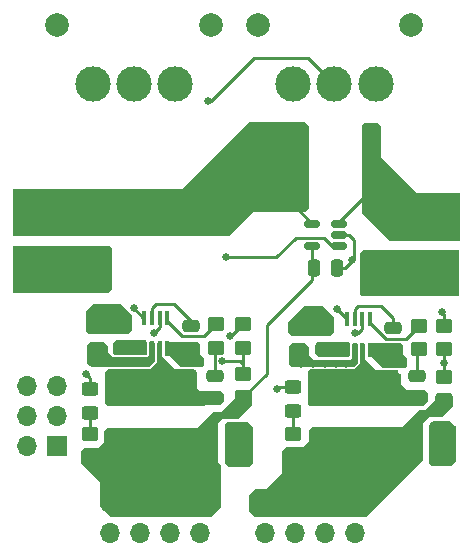
<source format=gtl>
G04 #@! TF.GenerationSoftware,KiCad,Pcbnew,7.0.1*
G04 #@! TF.CreationDate,2023-08-31T02:32:27+03:00*
G04 #@! TF.ProjectId,miranda-pdb,6d697261-6e64-4612-9d70-64622e6b6963,rev?*
G04 #@! TF.SameCoordinates,Original*
G04 #@! TF.FileFunction,Copper,L1,Top*
G04 #@! TF.FilePolarity,Positive*
%FSLAX46Y46*%
G04 Gerber Fmt 4.6, Leading zero omitted, Abs format (unit mm)*
G04 Created by KiCad (PCBNEW 7.0.1) date 2023-08-31 02:32:27*
%MOMM*%
%LPD*%
G01*
G04 APERTURE LIST*
G04 Aperture macros list*
%AMRoundRect*
0 Rectangle with rounded corners*
0 $1 Rounding radius*
0 $2 $3 $4 $5 $6 $7 $8 $9 X,Y pos of 4 corners*
0 Add a 4 corners polygon primitive as box body*
4,1,4,$2,$3,$4,$5,$6,$7,$8,$9,$2,$3,0*
0 Add four circle primitives for the rounded corners*
1,1,$1+$1,$2,$3*
1,1,$1+$1,$4,$5*
1,1,$1+$1,$6,$7*
1,1,$1+$1,$8,$9*
0 Add four rect primitives between the rounded corners*
20,1,$1+$1,$2,$3,$4,$5,0*
20,1,$1+$1,$4,$5,$6,$7,0*
20,1,$1+$1,$6,$7,$8,$9,0*
20,1,$1+$1,$8,$9,$2,$3,0*%
G04 Aperture macros list end*
G04 #@! TA.AperFunction,SMDPad,CuDef*
%ADD10R,6.000000X4.000000*%
G04 #@! TD*
G04 #@! TA.AperFunction,ComponentPad*
%ADD11R,1.700000X1.700000*%
G04 #@! TD*
G04 #@! TA.AperFunction,ComponentPad*
%ADD12O,1.700000X1.700000*%
G04 #@! TD*
G04 #@! TA.AperFunction,ComponentPad*
%ADD13C,2.000000*%
G04 #@! TD*
G04 #@! TA.AperFunction,ComponentPad*
%ADD14C,3.000000*%
G04 #@! TD*
G04 #@! TA.AperFunction,SMDPad,CuDef*
%ADD15RoundRect,0.250000X0.250000X0.475000X-0.250000X0.475000X-0.250000X-0.475000X0.250000X-0.475000X0*%
G04 #@! TD*
G04 #@! TA.AperFunction,SMDPad,CuDef*
%ADD16RoundRect,0.250000X-0.475000X0.250000X-0.475000X-0.250000X0.475000X-0.250000X0.475000X0.250000X0*%
G04 #@! TD*
G04 #@! TA.AperFunction,SMDPad,CuDef*
%ADD17RoundRect,0.250000X0.475000X-0.250000X0.475000X0.250000X-0.475000X0.250000X-0.475000X-0.250000X0*%
G04 #@! TD*
G04 #@! TA.AperFunction,SMDPad,CuDef*
%ADD18R,0.450000X1.150000*%
G04 #@! TD*
G04 #@! TA.AperFunction,SMDPad,CuDef*
%ADD19RoundRect,0.250000X-0.450000X0.325000X-0.450000X-0.325000X0.450000X-0.325000X0.450000X0.325000X0*%
G04 #@! TD*
G04 #@! TA.AperFunction,SMDPad,CuDef*
%ADD20RoundRect,0.250000X0.450000X-0.350000X0.450000X0.350000X-0.450000X0.350000X-0.450000X-0.350000X0*%
G04 #@! TD*
G04 #@! TA.AperFunction,SMDPad,CuDef*
%ADD21RoundRect,0.249999X0.450001X1.425001X-0.450001X1.425001X-0.450001X-1.425001X0.450001X-1.425001X0*%
G04 #@! TD*
G04 #@! TA.AperFunction,SMDPad,CuDef*
%ADD22RoundRect,0.250000X-0.450000X0.350000X-0.450000X-0.350000X0.450000X-0.350000X0.450000X0.350000X0*%
G04 #@! TD*
G04 #@! TA.AperFunction,SMDPad,CuDef*
%ADD23R,7.500000X3.000000*%
G04 #@! TD*
G04 #@! TA.AperFunction,SMDPad,CuDef*
%ADD24RoundRect,0.150000X0.512500X0.150000X-0.512500X0.150000X-0.512500X-0.150000X0.512500X-0.150000X0*%
G04 #@! TD*
G04 #@! TA.AperFunction,ViaPad*
%ADD25C,0.650000*%
G04 #@! TD*
G04 #@! TA.AperFunction,Conductor*
%ADD26C,0.250000*%
G04 #@! TD*
G04 APERTURE END LIST*
D10*
X83058000Y-109791200D03*
X83058000Y-104991200D03*
X114858800Y-105296000D03*
X114858800Y-110096000D03*
D11*
X83780400Y-124699000D03*
D12*
X81240400Y-124699000D03*
X83780400Y-122159000D03*
X81240400Y-122159000D03*
X83780400Y-119619000D03*
X81240400Y-119619000D03*
D11*
X109006800Y-129528800D03*
D12*
X109006800Y-132068800D03*
X106466800Y-129528800D03*
X106466800Y-132068800D03*
X103926800Y-129528800D03*
X103926800Y-132068800D03*
X101386800Y-129528800D03*
X101386800Y-132068800D03*
D11*
X95900400Y-129528800D03*
D12*
X95900400Y-132068800D03*
X93360400Y-129528800D03*
X93360400Y-132068800D03*
X90820400Y-129528800D03*
X90820400Y-132068800D03*
X88280400Y-129528800D03*
X88280400Y-132068800D03*
D13*
X100789600Y-89086000D03*
X113789600Y-89086000D03*
D14*
X103789600Y-94086000D03*
X107289600Y-94086000D03*
X110789600Y-94086000D03*
D13*
X83827600Y-89081600D03*
X96827600Y-89081600D03*
D14*
X86827600Y-94081600D03*
X90327600Y-94081600D03*
X93827600Y-94081600D03*
D15*
X115884999Y-123407801D03*
X113984999Y-123407801D03*
X113984999Y-125425200D03*
X115884999Y-125425200D03*
D16*
X104267000Y-114776801D03*
X104267000Y-116676801D03*
X87147400Y-114583801D03*
X87147400Y-116483801D03*
D15*
X98613000Y-123534800D03*
X96713000Y-123534800D03*
X98613000Y-125526800D03*
X96713000Y-125526800D03*
X107477600Y-109677200D03*
X105577600Y-109677200D03*
D17*
X114300000Y-120674801D03*
X114300000Y-118774801D03*
X112268000Y-116610801D03*
X112268000Y-114710801D03*
X95123000Y-116483801D03*
X95123000Y-114583801D03*
X97154999Y-120674801D03*
X97154999Y-118774801D03*
D18*
X108372000Y-116579800D03*
X109022000Y-116579800D03*
X109672000Y-116579800D03*
X110322000Y-116579800D03*
X110322000Y-113979800D03*
X109672000Y-113979800D03*
X109022000Y-113979800D03*
X108372000Y-113979800D03*
X91201600Y-116452800D03*
X91851600Y-116452800D03*
X92501600Y-116452800D03*
X93151600Y-116452800D03*
X93151600Y-113852800D03*
X92501600Y-113852800D03*
X91851600Y-113852800D03*
X91201600Y-113852800D03*
D19*
X103759000Y-121765801D03*
X103759000Y-119715801D03*
D20*
X116586000Y-120851800D03*
X116586000Y-118851800D03*
X86614000Y-125677800D03*
X86614000Y-123677800D03*
X99567999Y-118597801D03*
X99567999Y-120597801D03*
D21*
X110390400Y-103073200D03*
X104290400Y-103073200D03*
D22*
X114427000Y-114533801D03*
X114427000Y-116533801D03*
D21*
X110390400Y-99161600D03*
X104290400Y-99161600D03*
D20*
X103758999Y-123677801D03*
X103758999Y-125677801D03*
X116586000Y-116533800D03*
X116586000Y-114533800D03*
D19*
X86614000Y-121929000D03*
X86614000Y-119879000D03*
D23*
X91821000Y-119764801D03*
X91821000Y-124764801D03*
D24*
X107715900Y-107833200D03*
X107715900Y-106883200D03*
X107715900Y-105933200D03*
X105440900Y-105933200D03*
X105440900Y-107833200D03*
D22*
X97282000Y-114406801D03*
X97282000Y-116406801D03*
X89280999Y-114406801D03*
X89280999Y-116406801D03*
X106425998Y-114549801D03*
X106425998Y-116549801D03*
D20*
X99568000Y-114406801D03*
X99568000Y-116406801D03*
D23*
X108966000Y-119764800D03*
X108966000Y-124764800D03*
D25*
X87934800Y-109474000D03*
X87934800Y-108610400D03*
X86817200Y-108610399D03*
X86817200Y-110337600D03*
X87934800Y-110337600D03*
X86817200Y-109474000D03*
X87934800Y-111201200D03*
X86817200Y-111201201D03*
X109982000Y-111252000D03*
X111099600Y-111252000D03*
X109982000Y-110388400D03*
X111099600Y-110388400D03*
X109982000Y-109524800D03*
X111099600Y-109524800D03*
X111099600Y-108661200D03*
X109982000Y-108661200D03*
X102412800Y-119938800D03*
X98094800Y-108762800D03*
X96570800Y-95504000D03*
X108813600Y-109016800D03*
X116941600Y-123190000D03*
X116941600Y-125831600D03*
X116941600Y-124510800D03*
X99771200Y-123291600D03*
X99771200Y-124612400D03*
X99771200Y-125933200D03*
X100482400Y-104190800D03*
X101346000Y-103378000D03*
X100431600Y-102514400D03*
X101295200Y-101904800D03*
X100431600Y-101041200D03*
X101346000Y-100330000D03*
X100431600Y-99517200D03*
X101396800Y-98704400D03*
X100431600Y-97993200D03*
X86258400Y-118618000D03*
X104495600Y-117754400D03*
X105511600Y-117754400D03*
X106476800Y-117754400D03*
X107442000Y-117754400D03*
X108305600Y-117754400D03*
X90932000Y-117602000D03*
X89966800Y-117602000D03*
X89052400Y-117551200D03*
X88138000Y-117551200D03*
X87223600Y-117551200D03*
X105181400Y-113908201D03*
X105943401Y-113349400D03*
X112953799Y-117616601D03*
X111887000Y-117616601D03*
X109042200Y-115178200D03*
X94716600Y-117565800D03*
X87350600Y-113197001D03*
X88823799Y-113197001D03*
X95783400Y-117565801D03*
X92024199Y-115127401D03*
X90297000Y-113044601D03*
X97815401Y-117515001D03*
X107518199Y-113095401D03*
X116586000Y-117718200D03*
X116408200Y-113349401D03*
X98424999Y-115432201D03*
D26*
X107122000Y-107833200D02*
X107715900Y-107833200D01*
X106375200Y-107086400D02*
X107122000Y-107833200D01*
X104038400Y-107086400D02*
X106375200Y-107086400D01*
X102362000Y-108762800D02*
X104038400Y-107086400D01*
X98094800Y-108762800D02*
X102362000Y-108762800D01*
X107715900Y-105747700D02*
X109036700Y-104426900D01*
X107715900Y-105933200D02*
X107715900Y-105747700D01*
X104290400Y-104782700D02*
X105440900Y-105933200D01*
X104290400Y-103073200D02*
X104290400Y-104782700D01*
X99263199Y-117515001D02*
X99567999Y-117819801D01*
X97815401Y-117515001D02*
X99263199Y-117515001D01*
X102635799Y-119715801D02*
X102412800Y-119938800D01*
X103759000Y-119715801D02*
X102635799Y-119715801D01*
X105050000Y-91846400D02*
X107289600Y-94086000D01*
X100482400Y-91846400D02*
X105050000Y-91846400D01*
X96570800Y-95504000D02*
X96824800Y-95504000D01*
X96824800Y-95504000D02*
X100482400Y-91846400D01*
X108915200Y-108915200D02*
X108813600Y-109016800D01*
X108915200Y-108915200D02*
X108153200Y-109677200D01*
X108915200Y-107289600D02*
X108915200Y-108915200D01*
X108508800Y-106883200D02*
X108915200Y-107289600D01*
X108153200Y-109677200D02*
X107477600Y-109677200D01*
X107715900Y-106883200D02*
X108508800Y-106883200D01*
X86614000Y-118973600D02*
X86258400Y-118618000D01*
X86614000Y-119879000D02*
X86614000Y-118973600D01*
X101549200Y-114503200D02*
X101549200Y-118616600D01*
X105410000Y-110642400D02*
X101549200Y-114503200D01*
X101549200Y-118616600D02*
X99567999Y-120597801D01*
X105410000Y-109844800D02*
X105410000Y-110642400D01*
X105577600Y-109677200D02*
X105410000Y-109844800D01*
X105440900Y-109540500D02*
X105577600Y-109677200D01*
X105440900Y-107833200D02*
X105440900Y-109540500D01*
X109036700Y-104426900D02*
X110390400Y-103073200D01*
X104290400Y-103073200D02*
X104290400Y-103360300D01*
X98542600Y-115432201D02*
X99568000Y-114406801D01*
X98424999Y-115432201D02*
X98542600Y-115432201D01*
X99567999Y-117819801D02*
X99568000Y-116406800D01*
X99568000Y-118597800D02*
X99567999Y-117819801D01*
X109298600Y-115178200D02*
X109042200Y-115178200D01*
X109672000Y-114804800D02*
X109298600Y-115178200D01*
X109671999Y-113979801D02*
X109672000Y-114804800D01*
X110321999Y-114329801D02*
X110322000Y-113979801D01*
X111627599Y-115635401D02*
X110321999Y-114329801D01*
X114427000Y-114533801D02*
X113325399Y-115635401D01*
X113325399Y-115635401D02*
X111627599Y-115635401D01*
X92501600Y-114650001D02*
X92024199Y-115127401D01*
X92501600Y-113852800D02*
X92501600Y-114650001D01*
X107518199Y-113095401D02*
X107518199Y-113126001D01*
X107518199Y-113126001D02*
X108371999Y-113979801D01*
X112268000Y-113882801D02*
X112268000Y-114710800D01*
X111226600Y-112841401D02*
X112268000Y-113882801D01*
X109022000Y-113154801D02*
X109335400Y-112841401D01*
X109022000Y-113979801D02*
X109022000Y-113154801D01*
X109335400Y-112841401D02*
X111226600Y-112841401D01*
X91851600Y-113052800D02*
X91851600Y-113852801D01*
X92164600Y-112739800D02*
X91851600Y-113052800D01*
X95122999Y-114111401D02*
X93751400Y-112739801D01*
X93751400Y-112739801D02*
X92164600Y-112739800D01*
X95122999Y-114583801D02*
X95122999Y-114111401D01*
X93151600Y-114150574D02*
X93151600Y-113852801D01*
X94409827Y-115408801D02*
X93151600Y-114150574D01*
X96280000Y-115408801D02*
X94409827Y-115408801D01*
X97282000Y-114406801D02*
X96280000Y-115408801D01*
X91105200Y-113852800D02*
X90297000Y-113044601D01*
X91201600Y-113852801D02*
X91105200Y-113852800D01*
X116586000Y-117718200D02*
X116586000Y-116533801D01*
X114300000Y-116660801D02*
X114427000Y-116533801D01*
X114299999Y-118774801D02*
X114300000Y-116660801D01*
X116586000Y-113527201D02*
X116408200Y-113349401D01*
X116586000Y-114533801D02*
X116586000Y-113527201D01*
X97154999Y-116533801D02*
X97282000Y-116406800D01*
X97155000Y-118774801D02*
X97154999Y-116533801D01*
X116586000Y-118851801D02*
X116586000Y-116533801D01*
X86614000Y-123677801D02*
X86614000Y-121892801D01*
X103759000Y-123677800D02*
X103758999Y-121765801D01*
G04 #@! TA.AperFunction,Conductor*
G36*
X92606066Y-115895033D02*
G01*
X92630073Y-115911074D01*
X92662926Y-115943927D01*
X92678967Y-115967934D01*
X92684600Y-115996252D01*
X92684600Y-117108601D01*
X93802200Y-118226201D01*
X94305755Y-118226201D01*
X94312995Y-118226556D01*
X94340852Y-118229300D01*
X94340857Y-118229300D01*
X95349447Y-118229300D01*
X95377765Y-118234933D01*
X95401773Y-118250974D01*
X95609326Y-118458526D01*
X95625367Y-118482533D01*
X95631000Y-118510852D01*
X95631000Y-119851801D01*
X95885000Y-120105801D01*
X97632348Y-120105801D01*
X97660666Y-120111434D01*
X97684674Y-120127475D01*
X97895326Y-120338126D01*
X97911367Y-120362133D01*
X97917000Y-120390452D01*
X97917000Y-120964149D01*
X97911367Y-120992468D01*
X97895326Y-121016475D01*
X97684674Y-121227126D01*
X97660666Y-121243167D01*
X97632348Y-121248800D01*
X96393000Y-121248800D01*
X96287673Y-121354126D01*
X96263665Y-121370167D01*
X96235347Y-121375800D01*
X88168652Y-121375800D01*
X88140333Y-121370167D01*
X88116326Y-121354126D01*
X87905673Y-121143473D01*
X87889632Y-121119466D01*
X87883999Y-121091151D01*
X87883999Y-118510852D01*
X87889632Y-118482534D01*
X87905673Y-118458527D01*
X88116326Y-118247875D01*
X88140334Y-118231834D01*
X88168652Y-118226201D01*
X91668599Y-118226201D01*
X91668600Y-118226201D01*
X92303599Y-117591201D01*
X92303599Y-115996247D01*
X92309232Y-115967933D01*
X92325270Y-115943929D01*
X92358128Y-115911071D01*
X92382132Y-115895033D01*
X92410450Y-115889400D01*
X92577751Y-115889400D01*
X92606066Y-115895033D01*
G37*
G04 #@! TD.AperFunction*
G04 #@! TA.AperFunction,Conductor*
G36*
X117091667Y-120238433D02*
G01*
X117115674Y-120254474D01*
X117326326Y-120465126D01*
X117342367Y-120489133D01*
X117348000Y-120517452D01*
X117348000Y-121268947D01*
X117342367Y-121297266D01*
X117326326Y-121321273D01*
X116379074Y-122268527D01*
X116355067Y-122284568D01*
X116326748Y-122290201D01*
X115290601Y-122290201D01*
X114808000Y-122772801D01*
X114808000Y-125917148D01*
X114802367Y-125945467D01*
X114786326Y-125969474D01*
X110069074Y-130686726D01*
X110045067Y-130702767D01*
X110016748Y-130708400D01*
X100513052Y-130708400D01*
X100484733Y-130702767D01*
X100460726Y-130686726D01*
X100046874Y-130272874D01*
X100030833Y-130248867D01*
X100025200Y-130220548D01*
X100025200Y-128961052D01*
X100030833Y-128932733D01*
X100046874Y-128908726D01*
X100562326Y-128393274D01*
X100586333Y-128377233D01*
X100614652Y-128371600D01*
X101498400Y-128371600D01*
X102870000Y-127000000D01*
X102870000Y-126136400D01*
X102870000Y-125216452D01*
X102875633Y-125188133D01*
X102891674Y-125164126D01*
X102891674Y-125164125D01*
X103229328Y-124826471D01*
X103253332Y-124810433D01*
X103281650Y-124804800D01*
X104648000Y-124804801D01*
X105156000Y-124296801D01*
X105156000Y-123438453D01*
X105161633Y-123410135D01*
X105177674Y-123386127D01*
X105177674Y-123386126D01*
X105388329Y-123175471D01*
X105412333Y-123159433D01*
X105440646Y-123153800D01*
X113030000Y-123153800D01*
X114506928Y-121676871D01*
X114530932Y-121660833D01*
X114559250Y-121655200D01*
X115011195Y-121655201D01*
X115823999Y-120842395D01*
X115823999Y-120517452D01*
X115829632Y-120489135D01*
X115845673Y-120465127D01*
X115845674Y-120465126D01*
X116056330Y-120254470D01*
X116080332Y-120238433D01*
X116108646Y-120232800D01*
X117063348Y-120232800D01*
X117091667Y-120238433D01*
G37*
G04 #@! TD.AperFunction*
G04 #@! TA.AperFunction,Conductor*
G36*
X109801867Y-116022033D02*
G01*
X109825874Y-116038074D01*
X109858725Y-116070925D01*
X109874766Y-116094932D01*
X109880399Y-116123251D01*
X109880399Y-117337202D01*
X110820199Y-118277001D01*
X112491348Y-118277001D01*
X112519667Y-118282634D01*
X112543674Y-118298675D01*
X112881325Y-118636327D01*
X112897366Y-118660334D01*
X112902999Y-118688653D01*
X112902999Y-119470802D01*
X113411000Y-119978801D01*
X114904348Y-119978801D01*
X114932667Y-119984434D01*
X114956674Y-120000475D01*
X115167326Y-120211127D01*
X115183367Y-120235134D01*
X115189000Y-120263453D01*
X115189000Y-120964148D01*
X115183367Y-120992467D01*
X115167326Y-121016474D01*
X114829673Y-121354126D01*
X114805666Y-121370167D01*
X114777347Y-121375800D01*
X105313651Y-121375800D01*
X105285332Y-121370167D01*
X105261327Y-121354127D01*
X105050673Y-121143474D01*
X105034633Y-121119468D01*
X105029000Y-121091149D01*
X105029000Y-118485452D01*
X105034633Y-118457133D01*
X105050674Y-118433126D01*
X105235926Y-118247875D01*
X105259934Y-118231834D01*
X105288252Y-118226201D01*
X105419995Y-118226201D01*
X105440841Y-118229198D01*
X105443232Y-118229900D01*
X105443233Y-118229900D01*
X105579967Y-118229900D01*
X105579968Y-118229900D01*
X105582359Y-118229198D01*
X105603205Y-118226201D01*
X106385195Y-118226201D01*
X106406041Y-118229198D01*
X106408432Y-118229900D01*
X106408433Y-118229900D01*
X106545167Y-118229900D01*
X106545168Y-118229900D01*
X106547559Y-118229198D01*
X106568405Y-118226201D01*
X107350395Y-118226201D01*
X107371241Y-118229198D01*
X107373632Y-118229900D01*
X107373633Y-118229900D01*
X107510367Y-118229900D01*
X107510368Y-118229900D01*
X107512759Y-118229198D01*
X107533605Y-118226201D01*
X108213995Y-118226201D01*
X108234841Y-118229198D01*
X108237232Y-118229900D01*
X108237233Y-118229900D01*
X108373967Y-118229900D01*
X108373968Y-118229900D01*
X108376359Y-118229198D01*
X108397205Y-118226201D01*
X108966000Y-118226201D01*
X109448600Y-117743601D01*
X109448600Y-116123251D01*
X109454232Y-116094935D01*
X109470273Y-116070929D01*
X109503124Y-116038076D01*
X109527131Y-116022033D01*
X109555446Y-116016400D01*
X109773548Y-116016400D01*
X109801867Y-116022033D01*
G37*
G04 #@! TD.AperFunction*
G04 #@! TA.AperFunction,Conductor*
G36*
X91310667Y-115793434D02*
G01*
X91334674Y-115809475D01*
X91418326Y-115893127D01*
X91434367Y-115917134D01*
X91440000Y-115945453D01*
X91440000Y-116900148D01*
X91434367Y-116928467D01*
X91418326Y-116952474D01*
X91334673Y-117036126D01*
X91310665Y-117052167D01*
X91282347Y-117057800D01*
X88803650Y-117057800D01*
X88775331Y-117052167D01*
X88751324Y-117036126D01*
X88540674Y-116825475D01*
X88524633Y-116801467D01*
X88519000Y-116773149D01*
X88519000Y-116072453D01*
X88524633Y-116044134D01*
X88540674Y-116020127D01*
X88751326Y-115809475D01*
X88775333Y-115793434D01*
X88803652Y-115787801D01*
X91282348Y-115787801D01*
X91310667Y-115793434D01*
G37*
G04 #@! TD.AperFunction*
G04 #@! TA.AperFunction,Conductor*
G36*
X91945665Y-115920432D02*
G01*
X91969673Y-115936473D01*
X92053325Y-116020125D01*
X92069366Y-116044132D01*
X92074999Y-116072451D01*
X92074999Y-117535149D01*
X92069366Y-117563468D01*
X92053325Y-117587475D01*
X91664874Y-117975927D01*
X91640867Y-117991968D01*
X91612548Y-117997601D01*
X86695452Y-117997601D01*
X86667133Y-117991968D01*
X86643126Y-117975927D01*
X86381673Y-117714474D01*
X86365632Y-117690467D01*
X86359999Y-117662148D01*
X86359999Y-116958804D01*
X86359999Y-116199448D01*
X86365632Y-116171134D01*
X86381670Y-116147130D01*
X86592326Y-115936475D01*
X86616334Y-115920434D01*
X86644652Y-115914801D01*
X87726348Y-115914801D01*
X87754667Y-115920434D01*
X87778674Y-115936475D01*
X88116326Y-116274126D01*
X88132367Y-116298133D01*
X88138000Y-116326452D01*
X88138000Y-116803800D01*
X88519000Y-117184801D01*
X88682286Y-117184801D01*
X88710604Y-117190433D01*
X88744994Y-117204679D01*
X88773313Y-117210312D01*
X88803650Y-117213300D01*
X91282342Y-117213300D01*
X91282347Y-117213300D01*
X91312685Y-117210312D01*
X91341003Y-117204679D01*
X91375393Y-117190434D01*
X91403712Y-117184801D01*
X91440000Y-117184801D01*
X91440001Y-117184801D01*
X91440001Y-117184800D01*
X91453600Y-117179167D01*
X91454327Y-117180922D01*
X91469779Y-117172658D01*
X91485322Y-117169567D01*
X91535104Y-117136304D01*
X91568367Y-117086522D01*
X91577100Y-117042620D01*
X91577100Y-116997132D01*
X91582733Y-116968814D01*
X91583879Y-116966046D01*
X91586879Y-116958804D01*
X91592512Y-116930485D01*
X91595500Y-116900148D01*
X91595500Y-115988800D01*
X91605414Y-115951800D01*
X91632500Y-115924714D01*
X91669498Y-115914800D01*
X91917347Y-115914799D01*
X91945665Y-115920432D01*
G37*
G04 #@! TD.AperFunction*
G04 #@! TA.AperFunction,Conductor*
G36*
X93444267Y-115895034D02*
G01*
X93468273Y-115911074D01*
X93497400Y-115940201D01*
X95701948Y-115940201D01*
X95730267Y-115945834D01*
X95754274Y-115961875D01*
X95914126Y-116121727D01*
X95930167Y-116145734D01*
X95935800Y-116174053D01*
X95935800Y-116905401D01*
X96269726Y-117239328D01*
X96285766Y-117263333D01*
X96291399Y-117291652D01*
X96291399Y-117839948D01*
X96285766Y-117868267D01*
X96269725Y-117892274D01*
X96109873Y-118052126D01*
X96085866Y-118068167D01*
X96057547Y-118073800D01*
X94340852Y-118073800D01*
X94312533Y-118068167D01*
X94288526Y-118052126D01*
X93345000Y-117108600D01*
X93070850Y-117108600D01*
X93042531Y-117102967D01*
X93018524Y-117086926D01*
X92960272Y-117028674D01*
X92944231Y-117004667D01*
X92938598Y-116976348D01*
X92938598Y-116905401D01*
X92938598Y-116021648D01*
X92944231Y-115993334D01*
X92960270Y-115969329D01*
X93018526Y-115911074D01*
X93042534Y-115895034D01*
X93070852Y-115889401D01*
X93415948Y-115889401D01*
X93444267Y-115895034D01*
G37*
G04 #@! TD.AperFunction*
G04 #@! TA.AperFunction,Conductor*
G36*
X109192266Y-115996633D02*
G01*
X109216273Y-116012674D01*
X109271426Y-116067827D01*
X109287467Y-116091834D01*
X109293100Y-116120153D01*
X109293100Y-117639848D01*
X109287467Y-117668167D01*
X109271426Y-117692174D01*
X108914573Y-118049027D01*
X108890566Y-118065068D01*
X108862247Y-118070701D01*
X108397199Y-118070701D01*
X108375085Y-118072282D01*
X108370607Y-118072926D01*
X108369768Y-118073047D01*
X108359240Y-118073800D01*
X108251960Y-118073800D01*
X108241431Y-118073047D01*
X108240452Y-118072906D01*
X108236114Y-118072282D01*
X108214001Y-118070701D01*
X108213995Y-118070701D01*
X107533605Y-118070701D01*
X107533599Y-118070701D01*
X107511483Y-118072283D01*
X107506170Y-118073047D01*
X107495640Y-118073800D01*
X107388360Y-118073800D01*
X107377831Y-118073047D01*
X107376852Y-118072906D01*
X107372514Y-118072282D01*
X107350401Y-118070701D01*
X107350395Y-118070701D01*
X106568405Y-118070701D01*
X106568399Y-118070701D01*
X106546283Y-118072283D01*
X106540970Y-118073047D01*
X106530440Y-118073800D01*
X106423160Y-118073800D01*
X106412630Y-118073047D01*
X106407316Y-118072283D01*
X106385201Y-118070701D01*
X106385195Y-118070701D01*
X105603205Y-118070701D01*
X105603200Y-118070701D01*
X105581080Y-118072283D01*
X105575759Y-118073048D01*
X105565236Y-118073800D01*
X105457960Y-118073800D01*
X105447431Y-118073047D01*
X105442118Y-118072283D01*
X105420000Y-118070701D01*
X105419995Y-118070701D01*
X105288252Y-118070701D01*
X105260395Y-118073444D01*
X105253154Y-118073800D01*
X103789651Y-118073800D01*
X103761332Y-118068167D01*
X103737325Y-118052126D01*
X103475873Y-117790674D01*
X103459832Y-117766667D01*
X103454199Y-117738352D01*
X103454199Y-116326452D01*
X103459832Y-116298135D01*
X103475873Y-116274127D01*
X103686530Y-116063470D01*
X103710532Y-116047433D01*
X103738846Y-116041800D01*
X104795147Y-116041800D01*
X104823466Y-116047433D01*
X104847473Y-116063474D01*
X105108926Y-116324927D01*
X105124967Y-116348934D01*
X105130600Y-116377253D01*
X105130600Y-117057801D01*
X105486199Y-117413401D01*
X108635798Y-117413401D01*
X108635799Y-117413401D01*
X108788199Y-117261001D01*
X108788199Y-116123247D01*
X108793832Y-116094933D01*
X108809870Y-116070929D01*
X108868128Y-116012671D01*
X108892132Y-115996633D01*
X108920450Y-115991000D01*
X109163951Y-115991000D01*
X109192266Y-115996633D01*
G37*
G04 #@! TD.AperFunction*
G04 #@! TA.AperFunction,Conductor*
G36*
X112900667Y-115996633D02*
G01*
X112924674Y-116012674D01*
X113084526Y-116172526D01*
X113100567Y-116196533D01*
X113106200Y-116224852D01*
X113106200Y-116956201D01*
X113280275Y-117130276D01*
X113440126Y-117290126D01*
X113456167Y-117314133D01*
X113461800Y-117342452D01*
X113461800Y-117890749D01*
X113456167Y-117919068D01*
X113440126Y-117943075D01*
X113280274Y-118102927D01*
X113256267Y-118118968D01*
X113227948Y-118124601D01*
X112789894Y-118124601D01*
X112775457Y-118123179D01*
X112730821Y-118114300D01*
X112730820Y-118114300D01*
X111500951Y-118114300D01*
X111472632Y-118108667D01*
X111448625Y-118092626D01*
X110515400Y-117159401D01*
X110190451Y-117159401D01*
X110162132Y-117153768D01*
X110138129Y-117137729D01*
X110130670Y-117130271D01*
X110114633Y-117106269D01*
X110109000Y-117077954D01*
X110109000Y-116174051D01*
X110114633Y-116145733D01*
X110130671Y-116121729D01*
X110239729Y-116012671D01*
X110263733Y-115996633D01*
X110292047Y-115991000D01*
X110667800Y-115991000D01*
X112872348Y-115991000D01*
X112900667Y-115996633D01*
G37*
G04 #@! TD.AperFunction*
G04 #@! TA.AperFunction,Conductor*
G36*
X89227867Y-112745433D02*
G01*
X89251873Y-112761473D01*
X90122926Y-113632528D01*
X90138966Y-113656533D01*
X90144599Y-113684852D01*
X90144599Y-114893548D01*
X90138966Y-114921867D01*
X90122925Y-114945874D01*
X89861473Y-115207326D01*
X89837466Y-115223367D01*
X89809147Y-115229000D01*
X86568451Y-115229000D01*
X86540132Y-115223367D01*
X86516127Y-115207327D01*
X86305473Y-114996674D01*
X86289433Y-114972668D01*
X86283800Y-114944349D01*
X86283800Y-113380052D01*
X86289433Y-113351733D01*
X86305474Y-113327726D01*
X86871726Y-112761474D01*
X86895733Y-112745433D01*
X86924052Y-112739800D01*
X89199548Y-112739800D01*
X89227867Y-112745433D01*
G37*
G04 #@! TD.AperFunction*
G04 #@! TA.AperFunction,Conductor*
G36*
X106347467Y-112897834D02*
G01*
X106371474Y-112913875D01*
X107242526Y-113784927D01*
X107258567Y-113808934D01*
X107264200Y-113837253D01*
X107264200Y-115045949D01*
X107258567Y-115074268D01*
X107242526Y-115098275D01*
X106981074Y-115359726D01*
X106957067Y-115375767D01*
X106928748Y-115381400D01*
X103688051Y-115381400D01*
X103659733Y-115375767D01*
X103635725Y-115359726D01*
X103425073Y-115149075D01*
X103409032Y-115125068D01*
X103403399Y-115096749D01*
X103403399Y-114294453D01*
X103409032Y-114266134D01*
X103425073Y-114242127D01*
X104753326Y-112913875D01*
X104777333Y-112897834D01*
X104805652Y-112892201D01*
X106319148Y-112892201D01*
X106347467Y-112897834D01*
G37*
G04 #@! TD.AperFunction*
G04 #@! TA.AperFunction,Conductor*
G36*
X99921267Y-122687633D02*
G01*
X99945274Y-122703674D01*
X100359126Y-123117526D01*
X100375167Y-123141533D01*
X100380800Y-123169852D01*
X100380800Y-126156548D01*
X100375167Y-126184867D01*
X100359126Y-126208874D01*
X100097674Y-126470326D01*
X100073667Y-126486367D01*
X100045348Y-126492000D01*
X98379452Y-126492000D01*
X98351133Y-126486367D01*
X98327126Y-126470326D01*
X98014874Y-126158074D01*
X97998833Y-126134067D01*
X97993200Y-126105748D01*
X97993200Y-122966652D01*
X97998833Y-122938333D01*
X98014874Y-122914326D01*
X98225526Y-122703674D01*
X98249533Y-122687633D01*
X98277852Y-122682000D01*
X99892948Y-122682000D01*
X99921267Y-122687633D01*
G37*
G04 #@! TD.AperFunction*
G04 #@! TA.AperFunction,Conductor*
G36*
X117091667Y-122586033D02*
G01*
X117115674Y-122602074D01*
X117529526Y-123015926D01*
X117545567Y-123039933D01*
X117551200Y-123068252D01*
X117551200Y-126054948D01*
X117545567Y-126083267D01*
X117529526Y-126107274D01*
X117268074Y-126368726D01*
X117244067Y-126384767D01*
X117215748Y-126390400D01*
X115549852Y-126390400D01*
X115521533Y-126384767D01*
X115497526Y-126368726D01*
X115286874Y-126158074D01*
X115270833Y-126134067D01*
X115265200Y-126105748D01*
X115265200Y-123017452D01*
X115270833Y-122989133D01*
X115286874Y-122965126D01*
X115649926Y-122602074D01*
X115673933Y-122586033D01*
X115702252Y-122580400D01*
X117063348Y-122580400D01*
X117091667Y-122586033D01*
G37*
G04 #@! TD.AperFunction*
G04 #@! TA.AperFunction,Conductor*
G36*
X100124466Y-119984432D02*
G01*
X100148473Y-120000473D01*
X100308326Y-120160326D01*
X100324367Y-120184333D01*
X100330000Y-120212652D01*
X100330000Y-121167349D01*
X100324367Y-121195668D01*
X100308326Y-121219675D01*
X99107074Y-122420926D01*
X99083067Y-122436967D01*
X99054748Y-122442600D01*
X97815400Y-122442600D01*
X97434399Y-122823600D01*
X97434399Y-126100199D01*
X97666726Y-126332526D01*
X97682767Y-126356533D01*
X97688400Y-126384852D01*
X97688400Y-129864948D01*
X97682767Y-129893267D01*
X97666726Y-129917274D01*
X96897274Y-130686726D01*
X96873267Y-130702767D01*
X96844948Y-130708400D01*
X88321052Y-130708400D01*
X88292733Y-130702767D01*
X88268726Y-130686726D01*
X87499274Y-129917274D01*
X87483233Y-129893267D01*
X87477600Y-129864948D01*
X87477600Y-127827401D01*
X85937764Y-126287565D01*
X85937761Y-126287560D01*
X85873674Y-126223473D01*
X85857633Y-126199466D01*
X85852000Y-126171147D01*
X85852000Y-125216452D01*
X85857633Y-125188134D01*
X85873674Y-125164126D01*
X86160523Y-124877275D01*
X86184530Y-124861234D01*
X86212849Y-124855601D01*
X87274399Y-124855601D01*
X87782399Y-124347601D01*
X87782399Y-123489253D01*
X87788032Y-123460935D01*
X87804073Y-123436927D01*
X87804073Y-123436926D01*
X88014728Y-123226271D01*
X88038732Y-123210233D01*
X88067050Y-123204600D01*
X95656400Y-123204601D01*
X97031726Y-121829274D01*
X97055733Y-121813234D01*
X97084052Y-121807601D01*
X97688400Y-121807601D01*
X98856800Y-120639201D01*
X98856800Y-120161853D01*
X98862433Y-120133535D01*
X98878474Y-120109527D01*
X98878474Y-120109526D01*
X98987529Y-120000471D01*
X99011533Y-119984433D01*
X99039847Y-119978800D01*
X100096147Y-119978799D01*
X100124466Y-119984432D01*
G37*
G04 #@! TD.AperFunction*
G04 #@! TA.AperFunction,Conductor*
G36*
X110995667Y-97389233D02*
G01*
X111019674Y-97405274D01*
X111179526Y-97565126D01*
X111195567Y-97589133D01*
X111201200Y-97617452D01*
X111201200Y-100228400D01*
X114249200Y-103276400D01*
X117832800Y-103276400D01*
X117869800Y-103286314D01*
X117896886Y-103313400D01*
X117906800Y-103350400D01*
X117906800Y-107266400D01*
X117896886Y-107303400D01*
X117869800Y-107330486D01*
X117832800Y-107340400D01*
X111943052Y-107340400D01*
X111914733Y-107334767D01*
X111890726Y-107318726D01*
X109648074Y-105076074D01*
X109632033Y-105052067D01*
X109626400Y-105023748D01*
X109626400Y-97617452D01*
X109632033Y-97589133D01*
X109648074Y-97565126D01*
X109807926Y-97405274D01*
X109831933Y-97389233D01*
X109860252Y-97383600D01*
X110967348Y-97383600D01*
X110995667Y-97389233D01*
G37*
G04 #@! TD.AperFunction*
G04 #@! TA.AperFunction,Conductor*
G36*
X117819000Y-108112314D02*
G01*
X117846086Y-108139400D01*
X117856000Y-108176400D01*
X117856000Y-111990800D01*
X117846086Y-112027800D01*
X117819000Y-112054886D01*
X117782000Y-112064800D01*
X109707852Y-112064800D01*
X109679533Y-112059167D01*
X109655526Y-112043126D01*
X109444874Y-111832474D01*
X109428833Y-111808467D01*
X109423200Y-111780148D01*
X109423200Y-108488652D01*
X109428833Y-108460333D01*
X109444874Y-108436326D01*
X109757126Y-108124074D01*
X109781133Y-108108033D01*
X109809452Y-108102400D01*
X117782000Y-108102400D01*
X117819000Y-108112314D01*
G37*
G04 #@! TD.AperFunction*
G04 #@! TA.AperFunction,Conductor*
G36*
X88237267Y-107803233D02*
G01*
X88261274Y-107819274D01*
X88471926Y-108029926D01*
X88487967Y-108053933D01*
X88493600Y-108082252D01*
X88493600Y-111373748D01*
X88487967Y-111402067D01*
X88471926Y-111426074D01*
X88159674Y-111738326D01*
X88135667Y-111754367D01*
X88107348Y-111760000D01*
X80134800Y-111760000D01*
X80097800Y-111750086D01*
X80070714Y-111723000D01*
X80060800Y-111686000D01*
X80060800Y-107871600D01*
X80070714Y-107834600D01*
X80097800Y-107807514D01*
X80134800Y-107797600D01*
X88208948Y-107797600D01*
X88237267Y-107803233D01*
G37*
G04 #@! TD.AperFunction*
G04 #@! TA.AperFunction,Conductor*
G36*
X108481067Y-115905834D02*
G01*
X108505074Y-115921875D01*
X108588726Y-116005527D01*
X108604767Y-116029534D01*
X108610400Y-116057853D01*
X108610400Y-117012548D01*
X108604767Y-117040867D01*
X108588726Y-117064874D01*
X108505073Y-117148526D01*
X108481065Y-117164567D01*
X108452747Y-117170200D01*
X105974050Y-117170200D01*
X105945731Y-117164567D01*
X105921724Y-117148526D01*
X105711074Y-116937875D01*
X105695033Y-116913867D01*
X105689400Y-116885549D01*
X105689400Y-116184853D01*
X105695033Y-116156534D01*
X105711074Y-116132527D01*
X105921726Y-115921875D01*
X105945733Y-115905834D01*
X105974052Y-115900201D01*
X108452748Y-115900201D01*
X108481067Y-115905834D01*
G37*
G04 #@! TD.AperFunction*
G04 #@! TA.AperFunction,Conductor*
G36*
X104848867Y-97338433D02*
G01*
X104872874Y-97354474D01*
X105134326Y-97615926D01*
X105150367Y-97639933D01*
X105156000Y-97668252D01*
X105156000Y-104515748D01*
X105150367Y-104544067D01*
X105134326Y-104568074D01*
X104771274Y-104931126D01*
X104747267Y-104947167D01*
X104718948Y-104952800D01*
X100380800Y-104952800D01*
X98370474Y-106963126D01*
X98346467Y-106979167D01*
X98318148Y-106984800D01*
X80134800Y-106984800D01*
X80097800Y-106974886D01*
X80070714Y-106947800D01*
X80060800Y-106910800D01*
X80060800Y-103045600D01*
X80070714Y-103008600D01*
X80097800Y-102981514D01*
X80134800Y-102971600D01*
X94386400Y-102971600D01*
X100003526Y-97354474D01*
X100027533Y-97338433D01*
X100055852Y-97332800D01*
X104820548Y-97332800D01*
X104848867Y-97338433D01*
G37*
G04 #@! TD.AperFunction*
M02*

</source>
